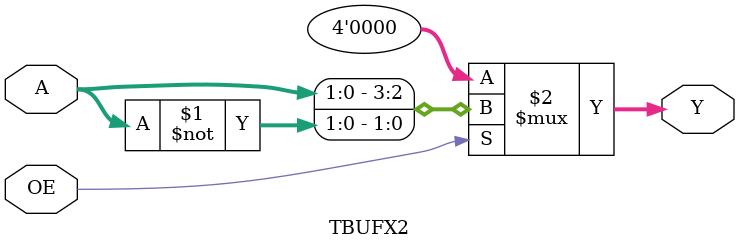
<source format=v>
module TBUFX2 (
	A, 
	OE, 
	Y);
   input [1:0] A;
   input OE;
   output [3:0] Y;
   
   assign Y = OE ? {A, ~A} : 4'b0;
endmodule
</source>
